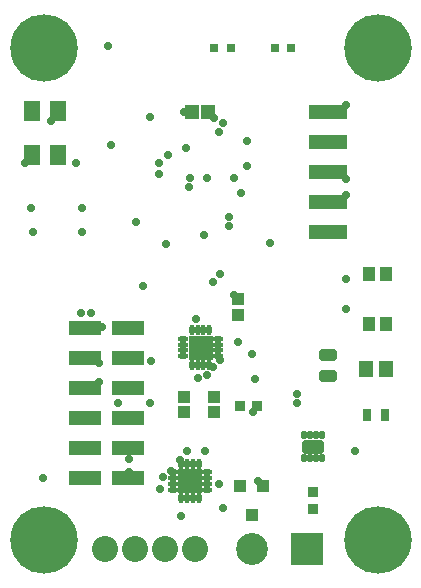
<source format=gbs>
G04*
G04 #@! TF.GenerationSoftware,Altium Limited,Altium Designer,24.9.1 (31)*
G04*
G04 Layer_Color=16711935*
%FSLAX44Y44*%
%MOMM*%
G71*
G04*
G04 #@! TF.SameCoordinates,573C6FB0-CD79-483D-94B5-B6DABAD4C9EF*
G04*
G04*
G04 #@! TF.FilePolarity,Negative*
G04*
G01*
G75*
%ADD20R,3.1800X1.2700*%
%ADD21R,0.9121X0.9581*%
%ADD30R,0.9581X0.9121*%
%ADD37R,1.1032X1.0532*%
%ADD38R,2.7032X1.2032*%
%ADD39R,1.0032X1.0032*%
%ADD40C,0.7032*%
%ADD41R,2.7032X2.7032*%
%ADD42C,2.2032*%
%ADD43C,5.7032*%
%ADD44C,2.7032*%
%ADD66R,1.1557X1.3970*%
%ADD67R,0.7000X0.7000*%
%ADD68R,0.7500X1.0000*%
%ADD71R,1.2032X1.2032*%
%ADD72O,0.9532X0.4532*%
%ADD73O,0.4532X0.9532*%
%ADD74R,2.0032X2.0032*%
%ADD75R,2.0032X2.0032*%
G04:AMPARAMS|DCode=76|XSize=1.5032mm|YSize=0.9632mm|CornerRadius=0.1966mm|HoleSize=0mm|Usage=FLASHONLY|Rotation=0.000|XOffset=0mm|YOffset=0mm|HoleType=Round|Shape=RoundedRectangle|*
%AMROUNDEDRECTD76*
21,1,1.5032,0.5700,0,0,0.0*
21,1,1.1100,0.9632,0,0,0.0*
1,1,0.3932,0.5550,-0.2850*
1,1,0.3932,-0.5550,-0.2850*
1,1,0.3932,-0.5550,0.2850*
1,1,0.3932,0.5550,0.2850*
%
%ADD76ROUNDEDRECTD76*%
G04:AMPARAMS|DCode=77|XSize=1.1032mm|YSize=1.8032mm|CornerRadius=0.1511mm|HoleSize=0mm|Usage=FLASHONLY|Rotation=90.000|XOffset=0mm|YOffset=0mm|HoleType=Round|Shape=RoundedRectangle|*
%AMROUNDEDRECTD77*
21,1,1.1032,1.5010,0,0,90.0*
21,1,0.8010,1.8032,0,0,90.0*
1,1,0.3022,0.7505,0.4005*
1,1,0.3022,0.7505,-0.4005*
1,1,0.3022,-0.7505,-0.4005*
1,1,0.3022,-0.7505,0.4005*
%
%ADD77ROUNDEDRECTD77*%
G04:AMPARAMS|DCode=78|XSize=0.4532mm|YSize=0.7032mm|CornerRadius=0.1516mm|HoleSize=0mm|Usage=FLASHONLY|Rotation=0.000|XOffset=0mm|YOffset=0mm|HoleType=Round|Shape=RoundedRectangle|*
%AMROUNDEDRECTD78*
21,1,0.4532,0.4000,0,0,0.0*
21,1,0.1500,0.7032,0,0,0.0*
1,1,0.3032,0.0750,-0.2000*
1,1,0.3032,-0.0750,-0.2000*
1,1,0.3032,-0.0750,0.2000*
1,1,0.3032,0.0750,0.2000*
%
%ADD78ROUNDEDRECTD78*%
%ADD79R,1.4532X1.8032*%
%ADD80R,1.0032X1.2032*%
D20*
X453410Y494030D02*
D03*
Y468630D02*
D03*
Y417830D02*
D03*
Y443230D02*
D03*
Y519430D02*
D03*
D21*
X440690Y197770D02*
D03*
Y183230D02*
D03*
D30*
X378810Y270510D02*
D03*
X393350D02*
D03*
D37*
X331470Y265280D02*
D03*
Y278280D02*
D03*
X377190Y347980D02*
D03*
Y360980D02*
D03*
X356870Y278280D02*
D03*
Y265280D02*
D03*
D38*
X284330Y209991D02*
D03*
Y235391D02*
D03*
X247330Y209991D02*
D03*
Y235391D02*
D03*
X284330Y260791D02*
D03*
X247330D02*
D03*
X284330Y286191D02*
D03*
X247330D02*
D03*
Y336991D02*
D03*
X284330D02*
D03*
X247330Y311591D02*
D03*
X284330D02*
D03*
D39*
X388620Y178500D02*
D03*
X398120Y202500D02*
D03*
X379120D02*
D03*
D40*
X340360Y314960D02*
D03*
X336550Y207010D02*
D03*
X388620Y314960D02*
D03*
X373380Y364490D02*
D03*
X356870Y514350D02*
D03*
X309880Y467360D02*
D03*
X296769Y371821D02*
D03*
X378460Y201930D02*
D03*
X391160Y293370D02*
D03*
X284480Y214630D02*
D03*
X333064Y488662D02*
D03*
X252747Y349267D02*
D03*
X243840Y349250D02*
D03*
X360680Y502920D02*
D03*
X317500Y483060D02*
D03*
X309880Y476250D02*
D03*
X369570Y430530D02*
D03*
Y422910D02*
D03*
X347980Y415290D02*
D03*
X361950Y382270D02*
D03*
X355600Y375920D02*
D03*
X364490Y510540D02*
D03*
X327660Y224790D02*
D03*
X320040Y215900D02*
D03*
X426720Y273050D02*
D03*
Y280670D02*
D03*
X259080Y307340D02*
D03*
X291179Y426251D02*
D03*
X313690Y210820D02*
D03*
X350520Y297180D02*
D03*
X355600Y303530D02*
D03*
X361950Y309880D02*
D03*
X336550Y463550D02*
D03*
X335280Y455930D02*
D03*
X316230Y407670D02*
D03*
X302260Y515620D02*
D03*
X350520Y463550D02*
D03*
X331470Y519430D02*
D03*
X384810Y495300D02*
D03*
X373380Y463550D02*
D03*
X384810Y473710D02*
D03*
X379730Y450850D02*
D03*
X349250Y232410D02*
D03*
X328930Y177800D02*
D03*
X261620Y337820D02*
D03*
X468630Y353060D02*
D03*
X245110Y417830D02*
D03*
X389890Y265430D02*
D03*
X342900Y294640D02*
D03*
X303530Y308610D02*
D03*
X364490Y184150D02*
D03*
X341630Y344170D02*
D03*
X334010Y232410D02*
D03*
X393700Y207010D02*
D03*
X311150Y200660D02*
D03*
X360680Y204470D02*
D03*
X377190Y325120D02*
D03*
X240030Y476250D02*
D03*
X196850D02*
D03*
X218440Y511810D02*
D03*
X245110Y438150D02*
D03*
X203200Y417830D02*
D03*
X275590Y273050D02*
D03*
X302260D02*
D03*
X284480Y226060D02*
D03*
X259080Y290830D02*
D03*
X269240Y491490D02*
D03*
X403860Y408940D02*
D03*
X266700Y575310D02*
D03*
X212311Y209771D02*
D03*
X468630Y449580D02*
D03*
X468960Y462610D02*
D03*
X476250Y232410D02*
D03*
X201930Y438150D02*
D03*
X468630Y378460D02*
D03*
Y525780D02*
D03*
D41*
X435610Y149860D02*
D03*
D42*
X289560D02*
D03*
X264160D02*
D03*
X314960D02*
D03*
X340360D02*
D03*
D43*
X495417Y156827D02*
D03*
X212676Y156846D02*
D03*
X495462Y573989D02*
D03*
X212704Y574025D02*
D03*
D44*
X388620Y149860D02*
D03*
D66*
X502856Y302260D02*
D03*
X485204D02*
D03*
D67*
X370840Y574040D02*
D03*
X356840D02*
D03*
X408290D02*
D03*
X422290D02*
D03*
D68*
X486530Y262890D02*
D03*
X501530D02*
D03*
D71*
X351790Y519430D02*
D03*
X337820D02*
D03*
D72*
X330940Y312540D02*
D03*
Y317540D02*
D03*
Y322540D02*
D03*
Y327540D02*
D03*
X359940D02*
D03*
Y322540D02*
D03*
Y317540D02*
D03*
Y312540D02*
D03*
X322050Y199510D02*
D03*
Y204510D02*
D03*
Y209510D02*
D03*
Y214510D02*
D03*
X351050D02*
D03*
Y209510D02*
D03*
Y204510D02*
D03*
Y199510D02*
D03*
D73*
X337940Y334540D02*
D03*
X342940D02*
D03*
X347940D02*
D03*
X352940D02*
D03*
Y305540D02*
D03*
X347940D02*
D03*
X342940D02*
D03*
X337940D02*
D03*
X344050Y192510D02*
D03*
X339050D02*
D03*
X334050D02*
D03*
X329050D02*
D03*
Y221510D02*
D03*
X334050D02*
D03*
X339050D02*
D03*
X344050D02*
D03*
D74*
X345440Y320040D02*
D03*
D75*
X336550Y207010D02*
D03*
D76*
X453390Y295910D02*
D03*
Y313810D02*
D03*
D77*
X440690Y236220D02*
D03*
D78*
X448190Y245720D02*
D03*
X443190D02*
D03*
X438190D02*
D03*
X433190D02*
D03*
Y226720D02*
D03*
X438190D02*
D03*
X443190D02*
D03*
X448190D02*
D03*
D79*
X202360Y520150D02*
D03*
Y483150D02*
D03*
X224360D02*
D03*
Y520150D02*
D03*
D80*
X487800Y340360D02*
D03*
X502800D02*
D03*
X487800Y382270D02*
D03*
X502800D02*
D03*
M02*

</source>
